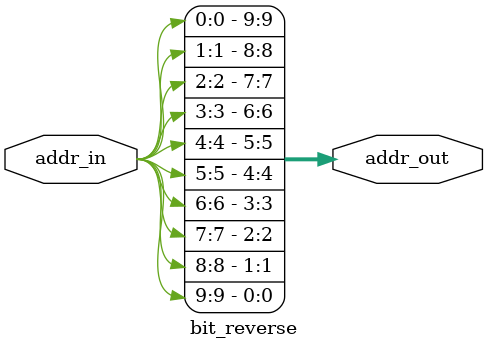
<source format=v>


module bit_reverse
#(
    parameter addr_width = 10
)
(
    input [addr_width - 1 : 0] addr_in,
    output [addr_width - 1 : 0] addr_out   
);

generate
    genvar i;
    for(i = 0; i < addr_width;i = i + 1) begin
        assign addr_out[i] = addr_in[addr_width - 1 - i];
    end
endgenerate


endmodule
</source>
